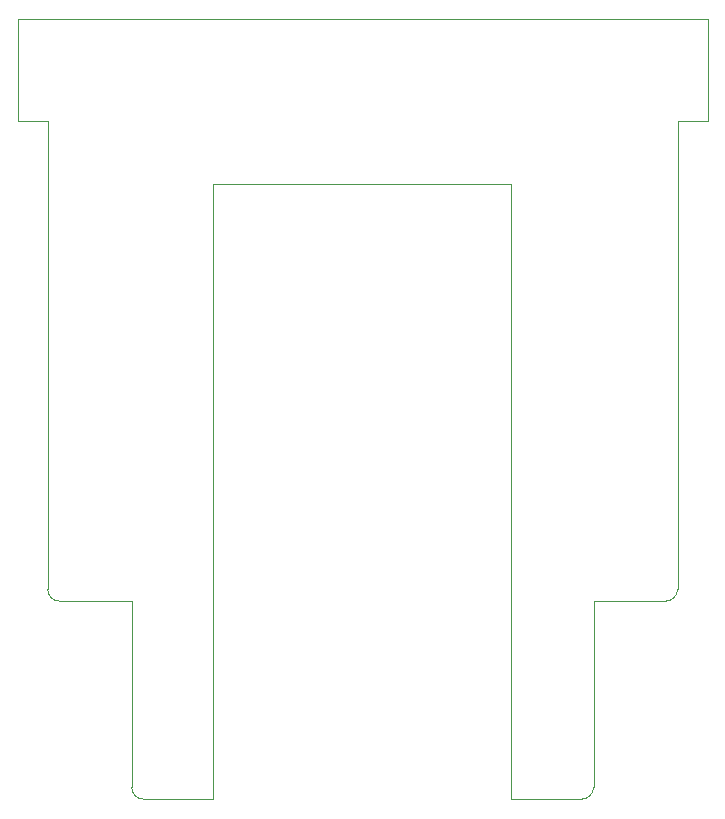
<source format=gbr>
%TF.GenerationSoftware,KiCad,Pcbnew,(5.1.9)-1*%
%TF.CreationDate,2021-12-22T01:45:53+09:00*%
%TF.ProjectId,pi-extend,70692d65-7874-4656-9e64-2e6b69636164,rev?*%
%TF.SameCoordinates,Original*%
%TF.FileFunction,Profile,NP*%
%FSLAX46Y46*%
G04 Gerber Fmt 4.6, Leading zero omitted, Abs format (unit mm)*
G04 Created by KiCad (PCBNEW (5.1.9)-1) date 2021-12-22 01:45:53*
%MOMM*%
%LPD*%
G01*
G04 APERTURE LIST*
%TA.AperFunction,Profile*%
%ADD10C,0.050000*%
%TD*%
G04 APERTURE END LIST*
D10*
X137160000Y-112268000D02*
G75*
G02*
X136144000Y-111252000I0J1016000D01*
G01*
X144272000Y-129032000D02*
G75*
G02*
X143256000Y-128016000I0J1016000D01*
G01*
X182372000Y-128016000D02*
G75*
G02*
X181356000Y-129032000I-1016000J0D01*
G01*
X189484000Y-111252000D02*
G75*
G02*
X188468000Y-112268000I-1016000J0D01*
G01*
X189484000Y-71628000D02*
X189484000Y-111252000D01*
X189484000Y-71628000D02*
X192024000Y-71628000D01*
X136144000Y-71628000D02*
X136144000Y-111252000D01*
X136144000Y-71628000D02*
X133604000Y-71628000D01*
X143256000Y-112268000D02*
X143256000Y-128016000D01*
X143256000Y-112268000D02*
X137160000Y-112268000D01*
X182372000Y-112268000D02*
X182372000Y-128016000D01*
X188468000Y-112268000D02*
X182372000Y-112268000D01*
X150164800Y-129032000D02*
X150164800Y-76962000D01*
X144272000Y-129032000D02*
X150164800Y-129032000D01*
X133604000Y-62992000D02*
X133604000Y-71628000D01*
X192024000Y-62992000D02*
X133604000Y-62992000D01*
X192024000Y-71628000D02*
X192024000Y-62992000D01*
X175412400Y-129032000D02*
X181356000Y-129032000D01*
X175412400Y-76962000D02*
X175412400Y-129032000D01*
X150164800Y-76962000D02*
X175412400Y-76962000D01*
M02*

</source>
